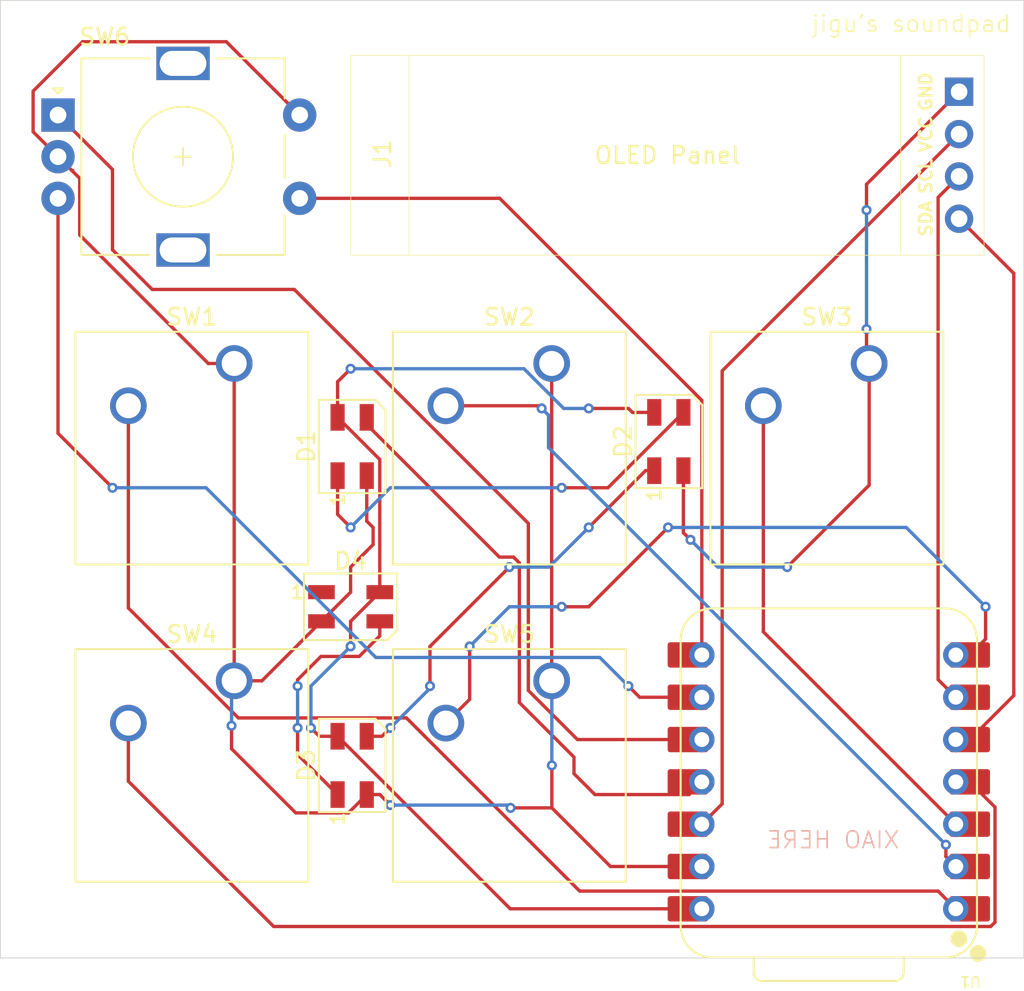
<source format=kicad_pcb>
(kicad_pcb (version 20241229) (generator "pcbnew") (generator_version "9.0")
  (layers (0 "F.Cu" signal) (2 "B.Cu" signal) (13 "F.Paste" user) (15 "B.Paste" user) (5 "F.SilkS" user "F.Silkscreen") (7 "B.SilkS" user "B.Silkscreen") (1 "F.Mask" user) (3 "B.Mask" user) (25 "Edge.Cuts" user))
  (net 0 "")
  (net 1 "GND")
  (net 2 "Net-(D1-DOUT)")
  (net 3 "+5V")
  (net 4 "LED Data")
  (net 5 "Net-(D2-DOUT)")
  (net 6 "OLED SDA")
  (net 7 "+3.3V")
  (net 8 "OLED SCL")
  (net 9 "Button 1")
  (net 10 "Button 2")
  (net 11 "Button 3")
  (net 12 "Button 4")
  (net 13 "Button 6")
  (net 14 "Encoder B")
  (net 15 "Encoder A")
  (net 16 "Button 5")
  (net 17 "Net-(D3-DOUT)")
  (footprint "Button_Switch_Keyboard:SW_Cherry_MX_1.00u_PCB" (layer "F.Cu") (at 176.37125 59.21375)
    (property "Reference" "SW2" (at -2.54 -2.794 0) (layer "F.SilkS"))
    (property "Value" "SW_Push")
    (fp_line (start -9.525 -1.905) (end 4.445 -1.905) (stroke (width 0.12)) (layer "F.SilkS"))
    (fp_line (start -9.525 12.065) (end -9.525 -1.905) (stroke (width 0.12)) (layer "F.SilkS"))
    (fp_line (start 4.445 -1.905) (end 4.445 12.065) (stroke (width 0.12)) (layer "F.SilkS"))
    (fp_line (start 4.445 12.065) (end -9.525 12.065) (stroke (width 0.12)) (layer "F.SilkS"))
    (pad "" np_thru_hole circle (at -7.62 5.08) (size 1.7 1.7) (drill 1.7) (layers "*.Cu" "*.Mask"))
    (pad "" np_thru_hole circle (at -2.54 5.08) (size 4 4) (drill 4) (layers "*.Cu" "*.Mask"))
    (pad "" np_thru_hole circle (at 2.54 5.08) (size 1.7 1.7) (drill 1.7) (layers "*.Cu" "*.Mask"))
    (pad "1" thru_hole circle (at 0 0) (size 2.2 2.2) (drill 1.5) (layers "*.Cu" "*.Mask") (net 1 "GND"))
    (pad "2" thru_hole circle (at -6.35 2.54) (size 2.2 2.2) (drill 1.5) (layers "*.Cu" "*.Mask") (net 10 "Button 2"))
  )
  (footprint "LED_SMD:LED_SK6812MINI_PLCC4_3.5x3.5mm_P1.75mm" (layer "F.Cu") (at 183.4 63.9 90)
    (property "Reference" "D2" (at 0 -2.75 90) (layer "F.SilkS"))
    (property "Value" "SK6812MINI")
    (fp_line (start -2.8 -2) (end 2.8 -2) (stroke (width 0.12)) (layer "F.SilkS"))
    (fp_line (start -2.8 -2) (end -2.8 2) (stroke (width 0.12)) (layer "F.SilkS"))
    (fp_line (start 2.8 1.4) (end 2.8 -2) (stroke (width 0.12)) (layer "F.SilkS"))
    (fp_line (start 2.8 1.4) (end 2.2 2) (stroke (width 0.12)) (layer "F.SilkS"))
    (fp_line (start -2.8 2) (end 2.2 2) (stroke (width 0.12)) (layer "F.SilkS"))
    (fp_text user "1" (at -3.2 -0.875 90) (layer "F.SilkS") (effects (font (size 0.8 0.8))))
    (pad "1" smd rect (at -1.75 -0.875 90) (size 1.6 0.85) (layers "F.Cu" "F.Mask" "F.Paste") (net 5 "Net-(D2-DOUT)"))
    (pad "2" smd rect (at -1.75 0.875 90) (size 1.6 0.85) (layers "F.Cu" "F.Mask" "F.Paste") (net 1 "GND"))
    (pad "3" smd rect (at 1.75 0.875 90) (size 1.6 0.85) (layers "F.Cu" "F.Mask" "F.Paste") (net 2 "Net-(D1-DOUT)"))
    (pad "4" smd rect (at 1.75 -0.875 90) (size 1.6 0.85) (layers "F.Cu" "F.Mask" "F.Paste") (net 3 "+5V"))
  )
  (footprint "LED_SMD:LED_SK6812MINI_PLCC4_3.5x3.5mm_P1.75mm" (layer "F.Cu") (at 164.4 83.34375 90)
    (property "Reference" "D3" (at 0 -2.75 90) (layer "F.SilkS"))
    (property "Value" "SK6812MINI")
    (fp_line (start -2.8 -2) (end 2.8 -2) (stroke (width 0.12)) (layer "F.SilkS"))
    (fp_line (start -2.8 -2) (end -2.8 2) (stroke (width 0.12)) (layer "F.SilkS"))
    (fp_line (start 2.8 1.4) (end 2.8 -2) (stroke (width 0.12)) (layer "F.SilkS"))
    (fp_line (start 2.8 1.4) (end 2.2 2) (stroke (width 0.12)) (layer "F.SilkS"))
    (fp_line (start -2.8 2) (end 2.2 2) (stroke (width 0.12)) (layer "F.SilkS"))
    (fp_text user "1" (at -3.2 -0.875 90) (layer "F.SilkS") (effects (font (size 0.8 0.8))))
    (pad "1" smd rect (at -1.75 -0.875 90) (size 1.6 0.85) (layers "F.Cu" "F.Mask" "F.Paste") (net 17 "Net-(D3-DOUT)"))
    (pad "2" smd rect (at -1.75 0.875 90) (size 1.6 0.85) (layers "F.Cu" "F.Mask" "F.Paste") (net 1 "GND"))
    (pad "3" smd rect (at 1.75 0.875 90) (size 1.6 0.85) (layers "F.Cu" "F.Mask" "F.Paste") (net 5 "Net-(D2-DOUT)"))
    (pad "4" smd rect (at 1.75 -0.875 90) (size 1.6 0.85) (layers "F.Cu" "F.Mask" "F.Paste") (net 3 "+5V"))
  )
  (footprint "Custom:SSD1306-0.91-OLED-4pin-128x32" (layer "F.Cu") (at 164.315 40.715)
    (property "Reference" "J1" (at 1.9 5.91 90) (layer "F.SilkS"))
    (property "Value" "Conn_01x04_Pin")
    (fp_line (start 0 0) (end 0 12) (stroke (width 0.04)) (layer "F.SilkS"))
    (fp_line (start 0 12) (end 38 12) (stroke (width 0.04)) (layer "F.SilkS"))
    (fp_line (start 3.5 0) (end 3.5 12) (stroke (width 0.04)) (layer "F.SilkS"))
    (fp_line (start 33 0) (end 33 12) (stroke (width 0.04)) (layer "F.SilkS"))
    (fp_line (start 38 0) (end 0 0) (stroke (width 0.04)) (layer "F.SilkS"))
    (fp_line (start 38 12) (end 38 0) (stroke (width 0.04)) (layer "F.SilkS"))
    (fp_text user "SCL" (at 34.5 7.27 270) (layer "F.SilkS") (effects (font (size 0.75 0.75))))
    (fp_text user "VCC" (at 34.5 4.73 270) (layer "F.SilkS") (effects (font (size 0.75 0.75))))
    (fp_text user "SDA" (at 34.5 9.81 270) (layer "F.SilkS") (effects (font (size 0.75 0.75))))
    (fp_text user "GND" (at 34.5 2.19 270) (layer "F.SilkS") (effects (font (size 0.75 0.75))))
    (fp_text user "OLED Panel" (at 19 6 0) (layer "F.SilkS"))
    (pad "1" thru_hole rect (at 36.5 2.19) (size 1.7 1.7) (drill 1) (layers "*.Cu" "*.Mask") (net 1 "GND"))
    (pad "2" thru_hole oval (at 36.5 4.73) (size 1.7 1.7) (drill 1) (layers "*.Cu" "*.Mask") (net 7 "+3.3V"))
    (pad "3" thru_hole oval (at 36.5 7.27) (size 1.7 1.7) (drill 1) (layers "*.Cu" "*.Mask") (net 8 "OLED SCL"))
    (pad "4" thru_hole oval (at 36.5 9.81) (size 1.7 1.7) (drill 1) (layers "*.Cu" "*.Mask") (net 6 "OLED SDA"))
  )
  (footprint "LED_SMD:LED_SK6812MINI_PLCC4_3.5x3.5mm_P1.75mm" (layer "F.Cu") (at 164.30625 73.81875)
    (property "Reference" "D4" (at 0 -2.75 0) (layer "F.SilkS"))
    (property "Value" "SK6812MINI")
    (fp_line (start -2.8 -2) (end -2.8 2) (stroke (width 0.12)) (layer "F.SilkS"))
    (fp_line (start -2.8 -2) (end 2.8 -2) (stroke (width 0.12)) (layer "F.SilkS"))
    (fp_line (start -2.8 2) (end 2.2 2) (stroke (width 0.12)) (layer "F.SilkS"))
    (fp_line (start 2.8 1.4) (end 2.2 2) (stroke (width 0.12)) (layer "F.SilkS"))
    (fp_line (start 2.8 1.4) (end 2.8 -2) (stroke (width 0.12)) (layer "F.SilkS"))
    (fp_text user "1" (at -3.2 -0.875 0) (layer "F.SilkS") (effects (font (size 0.8 0.8))))
    (pad "1" smd rect (at -1.75 -0.875) (size 1.6 0.85) (layers "F.Cu" "F.Mask" "F.Paste"))
    (pad "2" smd rect (at -1.75 0.875) (size 1.6 0.85) (layers "F.Cu" "F.Mask" "F.Paste") (net 1 "GND"))
    (pad "3" smd rect (at 1.75 0.875) (size 1.6 0.85) (layers "F.Cu" "F.Mask" "F.Paste") (net 17 "Net-(D3-DOUT)"))
    (pad "4" smd rect (at 1.75 -0.875) (size 1.6 0.85) (layers "F.Cu" "F.Mask" "F.Paste") (net 3 "+5V"))
  )
  (footprint "Button_Switch_Keyboard:SW_Cherry_MX_1.00u_PCB" (layer "F.Cu") (at 157.32125 59.21375)
    (property "Reference" "SW1" (at -2.54 -2.794 0) (layer "F.SilkS"))
    (property "Value" "SW_Push")
    (fp_line (start -9.525 -1.905) (end 4.445 -1.905) (stroke (width 0.12)) (layer "F.SilkS"))
    (fp_line (start -9.525 12.065) (end -9.525 -1.905) (stroke (width 0.12)) (layer "F.SilkS"))
    (fp_line (start 4.445 -1.905) (end 4.445 12.065) (stroke (width 0.12)) (layer "F.SilkS"))
    (fp_line (start 4.445 12.065) (end -9.525 12.065) (stroke (width 0.12)) (layer "F.SilkS"))
    (pad "" np_thru_hole circle (at -7.62 5.08) (size 1.7 1.7) (drill 1.7) (layers "*.Cu" "*.Mask"))
    (pad "" np_thru_hole circle (at -2.54 5.08) (size 4 4) (drill 4) (layers "*.Cu" "*.Mask"))
    (pad "" np_thru_hole circle (at 2.54 5.08) (size 1.7 1.7) (drill 1.7) (layers "*.Cu" "*.Mask"))
    (pad "1" thru_hole circle (at 0 0) (size 2.2 2.2) (drill 1.5) (layers "*.Cu" "*.Mask") (net 1 "GND"))
    (pad "2" thru_hole circle (at -6.35 2.54) (size 2.2 2.2) (drill 1.5) (layers "*.Cu" "*.Mask") (net 9 "Button 1"))
  )
  (footprint "Button_Switch_Keyboard:SW_Cherry_MX_1.00u_PCB" (layer "F.Cu") (at 195.42125 59.21375)
    (property "Reference" "SW3" (at -2.54 -2.794 0) (layer "F.SilkS"))
    (property "Value" "SW_Push")
    (fp_line (start -9.525 -1.905) (end 4.445 -1.905) (stroke (width 0.12)) (layer "F.SilkS"))
    (fp_line (start -9.525 12.065) (end -9.525 -1.905) (stroke (width 0.12)) (layer "F.SilkS"))
    (fp_line (start 4.445 -1.905) (end 4.445 12.065) (stroke (width 0.12)) (layer "F.SilkS"))
    (fp_line (start 4.445 12.065) (end -9.525 12.065) (stroke (width 0.12)) (layer "F.SilkS"))
    (pad "" np_thru_hole circle (at -7.62 5.08) (size 1.7 1.7) (drill 1.7) (layers "*.Cu" "*.Mask"))
    (pad "" np_thru_hole circle (at -2.54 5.08) (size 4 4) (drill 4) (layers "*.Cu" "*.Mask"))
    (pad "" np_thru_hole circle (at 2.54 5.08) (size 1.7 1.7) (drill 1.7) (layers "*.Cu" "*.Mask"))
    (pad "1" thru_hole circle (at 0 0) (size 2.2 2.2) (drill 1.5) (layers "*.Cu" "*.Mask") (net 1 "GND"))
    (pad "2" thru_hole circle (at -6.35 2.54) (size 2.2 2.2) (drill 1.5) (layers "*.Cu" "*.Mask") (net 11 "Button 3"))
  )
  (footprint "XIAO LIBRARY:XIAO-RP2040-DIP" (layer "F.Cu") (at 193 84.3315 180)
    (property "Reference" "U1" (at -8.5 -12 180) (layer "F.SilkS") (effects (font (size 0.635 0.635) (thickness 0.1016))))
    (property "Value" "XIAO-RP2040-DIP")
    (fp_line (start 8.89 8.509) (end 8.89 -8.636) (stroke (width 0.127)) (layer "F.SilkS"))
    (fp_line (start 6.985 -10.541) (end -6.985 -10.541) (stroke (width 0.1)) (layer "F.SilkS"))
    (fp_line (start 6.985 -10.541) (end -6.985 -10.541) (stroke (width 0.127)) (layer "F.SilkS"))
    (fp_line (start 4.504 -11.451) (end 4.504 -10.541) (stroke (width 0.127)) (layer "F.SilkS"))
    (fp_line (start -3.991272 -11.951) (end 4.004 -11.951) (stroke (width 0.127)) (layer "F.SilkS"))
    (fp_line (start -4.495 -10.541) (end -4.491272 -11.451272) (stroke (width 0.127)) (layer "F.SilkS"))
    (fp_line (start -6.985 10.414) (end 6.985 10.414) (stroke (width 0.127)) (layer "F.SilkS"))
    (fp_line (start -8.89 8.509) (end -8.89 -8.636) (stroke (width 0.127)) (layer "F.SilkS"))
    (fp_arc (start 8.89 8.509) (mid 8.332038 9.856038) (end 6.985 10.414) (stroke (width 0.127)) (layer "F.SilkS"))
    (fp_arc (start 6.985 -10.541) (mid 8.332038 -9.983038) (end 8.89 -8.636) (stroke (width 0.127)) (layer "F.SilkS"))
    (fp_arc (start 4.004 -11.951) (mid 4.357553 -11.804553) (end 4.504 -11.451) (stroke (width 0.127)) (layer "F.SilkS"))
    (fp_arc (start -4.491272 -11.451272) (mid -4.344728 -11.80464) (end -3.991272 -11.951) (stroke (width 0.127)) (layer "F.SilkS"))
    (fp_arc (start -6.985 10.414) (mid -8.332038 9.856038) (end -8.89 8.509) (stroke (width 0.127)) (layer "F.SilkS"))
    (fp_arc (start -8.89 -8.636) (mid -8.332038 -9.983038) (end -6.985 -10.541) (stroke (width 0.127)) (layer "F.SilkS"))
    (fp_circle (center -7.807 -9.42) (end -7.807 -9.674) (stroke (width 0.5)) (fill yes) (layer "F.SilkS"))
    (fp_circle (center -8.95 -10.3) (end -8.95 -10.554) (stroke (width 0.5)) (fill yes) (layer "F.SilkS"))
    (pad "1" smd roundrect (at -8.455 -7.62) (size 2.432 1.524) (layers "F.Cu" "F.Mask") (roundrect_rratio 0.1) (net 9 "Button 1"))
    (pad "1" thru_hole circle (at -7.62 -7.62) (size 1.524 1.524) (drill 0.889) (layers "*.Cu" "*.Mask") (net 9 "Button 1"))
    (pad "2" smd roundrect (at -8.455 -5.08) (size 2.432 1.524) (layers "F.Cu" "F.Mask") (roundrect_rratio 0.1) (net 10 "Button 2"))
    (pad "2" thru_hole circle (at -7.62 -5.08) (size 1.524 1.524) (drill 0.889) (layers "*.Cu" "*.Mask") (net 10 "Button 2"))
    (pad "3" smd roundrect (at -8.455 -2.54) (size 2.432 1.524) (layers "F.Cu" "F.Mask") (roundrect_rratio 0.1) (net 11 "Button 3"))
    (pad "3" thru_hole circle (at -7.62 -2.54) (size 1.524 1.524) (drill 0.889) (layers "*.Cu" "*.Mask") (net 11 "Button 3"))
    (pad "4" smd roundrect (at -8.455 0) (size 2.432 1.524) (layers "F.Cu" "F.Mask") (roundrect_rratio 0.1) (net 12 "Button 4"))
    (pad "4" thru_hole circle (at -7.62 0) (size 1.524 1.524) (drill 0.889) (layers "*.Cu" "*.Mask") (net 12 "Button 4"))
    (pad "5" smd roundrect (at -8.455 2.54) (size 2.432 1.524) (layers "F.Cu" "F.Mask") (roundrect_rratio 0.1) (net 6 "OLED SDA"))
    (pad "5" thru_hole circle (at -7.62 2.54) (size 1.524 1.524) (drill 0.889) (layers "*.Cu" "*.Mask") (net 6 "OLED SDA"))
    (pad "6" smd roundrect (at -8.455 5.08) (size 2.432 1.524) (layers "F.Cu" "F.Mask") (roundrect_rratio 0.1) (net 8 "OLED SCL"))
    (pad "6" thru_hole circle (at -7.62 5.08) (size 1.524 1.524) (drill 0.889) (layers "*.Cu" "*.Mask") (net 8 "OLED SCL"))
    (pad "7" smd roundrect (at -8.455 7.62) (size 2.432 1.524) (layers "F.Cu" "F.Mask") (roundrect_rratio 0.1) (net 16 "Button 5"))
    (pad "7" thru_hole circle (at -7.62 7.62) (size 1.524 1.524) (drill 0.889) (layers "*.Cu" "*.Mask") (net 16 "Button 5"))
    (pad "8" thru_hole circle (at 7.62 7.62 180) (size 1.524 1.524) (drill 0.889) (layers "*.Cu" "*.Mask") (net 13 "Button 6"))
    (pad "8" smd roundrect (at 8.455 7.62 180) (size 2.432 1.524) (layers "F.Cu" "F.Mask") (roundrect_rratio 0.1) (net 13 "Button 6"))
    (pad "9" thru_hole circle (at 7.62 5.08 180) (size 1.524 1.524) (drill 0.889) (layers "*.Cu" "*.Mask") (net 14 "Encoder B"))
    (pad "9" smd roundrect (at 8.455 5.08 180) (size 2.432 1.524) (layers "F.Cu" "F.Mask") (roundrect_rratio 0.1) (net 14 "Encoder B"))
    (pad "10" thru_hole circle (at 7.62 2.54 180) (size 1.524 1.524) (drill 0.889) (layers "*.Cu" "*.Mask") (net 15 "Encoder A"))
    (pad "10" smd roundrect (at 8.455 2.54 180) (size 2.432 1.524) (layers "F.Cu" "F.Mask") (roundrect_rratio 0.1) (net 15 "Encoder A"))
    (pad "11" thru_hole circle (at 7.62 0 180) (size 1.524 1.524) (drill 0.889) (layers "*.Cu" "*.Mask") (net 4 "LED Data"))
    (pad "11" smd roundrect (at 8.455 0 180) (size 2.432 1.524) (layers "F.Cu" "F.Mask") (roundrect_rratio 0.1) (net 4 "LED Data"))
    (pad "12" thru_hole circle (at 7.62 -2.54 180) (size 1.524 1.524) (drill 0.889) (layers "*.Cu" "*.Mask") (net 7 "+3.3V"))
    (pad "12" smd roundrect (at 8.455 -2.54 180) (size 2.432 1.524) (layers "F.Cu" "F.Mask") (roundrect_rratio 0.1) (net 7 "+3.3V"))
    (pad "13" thru_hole circle (at 7.62 -5.08 180) (size 1.524 1.524) (drill 0.889) (layers "*.Cu" "*.Mask") (net 1 "GND"))
    (pad "13" smd roundrect (at 8.455 -5.08 180) (size 2.432 1.524) (layers "F.Cu" "F.Mask") (roundrect_rratio 0.1) (net 1 "GND"))
    (pad "14" thru_hole circle (at 7.62 -7.62 180) (size 1.524 1.524) (drill 0.889) (layers "*.Cu" "*.Mask") (net 3 "+5V"))
    (pad "14" smd roundrect (at 8.455 -7.62 180) (size 2.432 1.524) (layers "F.Cu" "F.Mask") (roundrect_rratio 0.1) (net 3 "+5V"))
  )
  (footprint "Button_Switch_Keyboard:SW_Cherry_MX_1.00u_PCB" (layer "F.Cu") (at 157.32125 78.26375)
    (property "Reference" "SW4" (at -2.54 -2.794 0) (layer "F.SilkS"))
    (property "Value" "SW_Push")
    (fp_line (start -9.525 -1.905) (end 4.445 -1.905) (stroke (width 0.12)) (layer "F.SilkS"))
    (fp_line (start -9.525 12.065) (end -9.525 -1.905) (stroke (width 0.12)) (layer "F.SilkS"))
    (fp_line (start 4.445 -1.905) (end 4.445 12.065) (stroke (width 0.12)) (layer "F.SilkS"))
    (fp_line (start 4.445 12.065) (end -9.525 12.065) (stroke (width 0.12)) (layer "F.SilkS"))
    (pad "" np_thru_hole circle (at -7.62 5.08) (size 1.7 1.7) (drill 1.7) (layers "*.Cu" "*.Mask"))
    (pad "" np_thru_hole circle (at -2.54 5.08) (size 4 4) (drill 4) (layers "*.Cu" "*.Mask"))
    (pad "" np_thru_hole circle (at 2.54 5.08) (size 1.7 1.7) (drill 1.7) (layers "*.Cu" "*.Mask"))
    (pad "1" thru_hole circle (at 0 0) (size 2.2 2.2) (drill 1.5) (layers "*.Cu" "*.Mask") (net 1 "GND"))
    (pad "2" thru_hole circle (at -6.35 2.54) (size 2.2 2.2) (drill 1.5) (layers "*.Cu" "*.Mask") (net 12 "Button 4"))
  )
  (footprint "Rotary_Encoder:RotaryEncoder_Alps_EC11E-Switch_Vertical_H20mm" (layer "F.Cu") (at 146.75 44.3)
    (property "Reference" "SW6" (at 2.8 -4.7 0) (layer "F.SilkS"))
    (property "Value" "RotaryEncoder_Switch")
    (fp_line (start -0.3 -1.6) (end 0.3 -1.6) (stroke (width 0.12)) (layer "F.SilkS"))
    (fp_line (start 0 -1.3) (end -0.3 -1.6) (stroke (width 0.12)) (layer "F.SilkS"))
    (fp_line (start 0.3 -1.6) (end 0 -1.3) (stroke (width 0.12)) (layer "F.SilkS"))
    (fp_line (start 1.4 -3.4) (end 1.4 8.4) (stroke (width 0.12)) (layer "F.SilkS"))
    (fp_line (start 5.5 -3.4) (end 1.4 -3.4) (stroke (width 0.12)) (layer "F.SilkS"))
    (fp_line (start 5.5 8.4) (end 1.4 8.4) (stroke (width 0.12)) (layer "F.SilkS"))
    (fp_line (start 7 2.5) (end 8 2.5) (stroke (width 0.12)) (layer "F.SilkS"))
    (fp_line (start 7.5 2) (end 7.5 3) (stroke (width 0.12)) (layer "F.SilkS"))
    (fp_line (start 9.5 -3.4) (end 13.6 -3.4) (stroke (width 0.12)) (layer "F.SilkS"))
    (fp_line (start 13.6 -3.4) (end 13.6 -1) (stroke (width 0.12)) (layer "F.SilkS"))
    (fp_line (start 13.6 1.2) (end 13.6 3.8) (stroke (width 0.12)) (layer "F.SilkS"))
    (fp_line (start 13.6 6) (end 13.6 8.4) (stroke (width 0.12)) (layer "F.SilkS"))
    (fp_line (start 13.6 8.4) (end 9.5 8.4) (stroke (width 0.12)) (layer "F.SilkS"))
    (fp_circle (center 7.5 2.5) (end 10.5 2.5) (stroke (width 0.12)) (fill no) (layer "F.SilkS"))
    (pad "A" thru_hole rect (at 0 0) (size 2 2) (drill 1) (layers "*.Cu" "*.Mask") (net 15 "Encoder A"))
    (pad "B" thru_hole circle (at 0 5) (size 2 2) (drill 1) (layers "*.Cu" "*.Mask") (net 14 "Encoder B"))
    (pad "C" thru_hole circle (at 0 2.5) (size 2 2) (drill 1) (layers "*.Cu" "*.Mask") (net 1 "GND"))
    (pad "MP" thru_hole rect (at 7.5 -3.1) (size 3.2 2) (drill oval 2.8 1.5) (layers "*.Cu" "*.Mask"))
    (pad "MP" thru_hole rect (at 7.5 8.1) (size 3.2 2) (drill oval 2.8 1.5) (layers "*.Cu" "*.Mask"))
    (pad "S1" thru_hole circle (at 14.5 5) (size 2 2) (drill 1) (layers "*.Cu" "*.Mask") (net 13 "Button 6"))
    (pad "S2" thru_hole circle (at 14.5 0) (size 2 2) (drill 1) (layers "*.Cu" "*.Mask") (net 1 "GND"))
  )
  (footprint "Button_Switch_Keyboard:SW_Cherry_MX_1.00u_PCB" (layer "F.Cu") (at 176.37125 78.26375)
    (property "Reference" "SW5" (at -2.54 -2.794 0) (layer "F.SilkS"))
    (property "Value" "SW_Push")
    (fp_line (start -9.525 -1.905) (end 4.445 -1.905) (stroke (width 0.12)) (layer "F.SilkS"))
    (fp_line (start -9.525 12.065) (end -9.525 -1.905) (stroke (width 0.12)) (layer "F.SilkS"))
    (fp_line (start 4.445 -1.905) (end 4.445 12.065) (stroke (width 0.12)) (layer "F.SilkS"))
    (fp_line (start 4.445 12.065) (end -9.525 12.065) (stroke (width 0.12)) (layer "F.SilkS"))
    (pad "" np_thru_hole circle (at -7.62 5.08) (size 1.7 1.7) (drill 1.7) (layers "*.Cu" "*.Mask"))
    (pad "" np_thru_hole circle (at -2.54 5.08) (size 4 4) (drill 4) (layers "*.Cu" "*.Mask"))
    (pad "" np_thru_hole circle (at 2.54 5.08) (size 1.7 1.7) (drill 1.7) (layers "*.Cu" "*.Mask"))
    (pad "1" thru_hole circle (at 0 0) (size 2.2 2.2) (drill 1.5) (layers "*.Cu" "*.Mask") (net 1 "GND"))
    (pad "2" thru_hole circle (at -6.35 2.54) (size 2.2 2.2) (drill 1.5) (layers "*.Cu" "*.Mask") (net 16 "Button 5"))
  )
  (footprint "LED_SMD:LED_SK6812MINI_PLCC4_3.5x3.5mm_P1.75mm" (layer "F.Cu") (at 164.4 64.2 90)
    (property "Reference" "D1" (at 0 -2.75 90) (layer "F.SilkS"))
    (property "Value" "SK6812MINI")
    (fp_line (start -2.8 -2) (end 2.8 -2) (stroke (width 0.12)) (layer "F.SilkS"))
    (fp_line (start -2.8 -2) (end -2.8 2) (stroke (width 0.12)) (layer "F.SilkS"))
    (fp_line (start 2.8 1.4) (end 2.8 -2) (stroke (width 0.12)) (layer "F.SilkS"))
    (fp_line (start 2.8 1.4) (end 2.2 2) (stroke (width 0.12)) (layer "F.SilkS"))
    (fp_line (start -2.8 2) (end 2.2 2) (stroke (width 0.12)) (layer "F.SilkS"))
    (fp_text user "1" (at -3.2 -0.875 90) (layer "F.SilkS") (effects (font (size 0.8 0.8))))
    (pad "1" smd rect (at -1.75 -0.875 90) (size 1.6 0.85) (layers "F.Cu" "F.Mask" "F.Paste") (net 2 "Net-(D1-DOUT)"))
    (pad "2" smd rect (at -1.75 0.875 90) (size 1.6 0.85) (layers "F.Cu" "F.Mask" "F.Paste") (net 1 "GND"))
    (pad "3" smd rect (at 1.75 0.875 90) (size 1.6 0.85) (layers "F.Cu" "F.Mask" "F.Paste") (net 4 "LED Data"))
    (pad "4" smd rect (at 1.75 -0.875 90) (size 1.6 0.85) (layers "F.Cu" "F.Mask" "F.Paste") (net 3 "+5V"))
  )
  (gr_rect (start 143.29375 37.41875) (end 204.7 94.9) (stroke (width 0.05)) (fill no) (layer "Edge.Cuts"))
  (gr_text "jigu's soundpad" (at 191.9 39.4 0) (layer "F.SilkS") (effects (font (size 1 1) (thickness 0.1)) (justify left bottom)))
  (gr_text "XIAO HERE" (at 197.3 88.4 0) (layer "B.SilkS") (effects (font (size 1 1) (thickness 0.1)) (justify left bottom mirror)))
  (segment (start 146.75 46.8) (end 145.25625 45.30625) (width 0.2) (layer "F.Cu") (net 1))
  (segment (start 176.38125 85.89375) (end 179.899 89.4115) (width 0.2) (layer "F.Cu") (net 1))
  (segment (start 157.32125 78.26375) (end 158.98625 78.26375) (width 0.2) (layer "F.Cu") (net 1))
  (segment (start 157.32125 59.21375) (end 157.32125 78.26375) (width 0.2) (layer "F.Cu") (net 1))
  (segment (start 165.65525 69.05625) (end 165.275 68.676) (width 0.2) (layer "F.Cu") (net 1))
  (segment (start 155.765616 59.21375) (end 148.051 51.499134) (width 0.2) (layer "F.Cu") (net 1))
  (segment (start 176.38125 83.34375) (end 176.38125 85.89375) (width 0.2) (layer "F.Cu") (net 1))
  (segment (start 165.275 85.09375) (end 164.174 86.19475) (width 0.2) (layer "F.Cu") (net 1))
  (segment (start 147.575 47.625) (end 147.6375 47.625) (width 0.2) (layer "F.Cu") (net 1))
  (segment (start 173.903926 85.892715) (end 176.380215 85.892715) (width 0.2) (layer "F.Cu") (net 1))
  (segment (start 162.55625 74.69375) (end 164.30625 72.94375) (width 0.2) (layer "F.Cu") (net 1))
  (segment (start 156.849 39.899) (end 161.25 44.3) (width 0.2) (layer "F.Cu") (net 1))
  (segment (start 148.21975 39.899) (end 156.849 39.899) (width 0.2) (layer "F.Cu") (net 1))
  (segment (start 200.815 42.905) (end 195.2625 48.4575) (width 0.2) (layer "F.Cu") (net 1))
  (segment (start 165.275 68.676) (end 165.275 65.95) (width 0.2) (layer "F.Cu") (net 1))
  (segment (start 176.380215 85.892715) (end 176.38125 85.89375) (width 0.2) (layer "F.Cu") (net 1))
  (segment (start 165.275 85.09375) (end 166.05625 85.09375) (width 0.2) (layer "F.Cu") (net 1))
  (segment (start 195.42125 66.51625) (end 190.5 71.4375) (width 0.2) (layer "F.Cu") (net 1))
  (segment (start 164.174 86.19475) (end 161.01378 86.19475) (width 0.2) (layer "F.Cu") (net 1))
  (segment (start 195.2625 57.15) (end 195.2625 59.055) (width 0.2) (layer "F.Cu") (net 1))
  (segment (start 161.01378 86.19475) (end 157.1625 82.34347) (width 0.2) (layer "F.Cu") (net 1))
  (segment (start 176.37125 59.21375) (end 176.37125 78.26375) (width 0.2) (layer "F.Cu") (net 1))
  (segment (start 157.32125 59.21375) (end 155.765616 59.21375) (width 0.2) (layer "F.Cu") (net 1))
  (segment (start 166.05625 85.09375) (end 166.6875 85.725) (width 0.2) (layer "F.Cu") (net 1))
  (segment (start 148.051 48.101) (end 146.75 46.8) (width 0.2) (layer "F.Cu") (net 1))
  (segment (start 157.1625 82.34347) (end 157.1625 80.9625) (width 0.2) (layer "F.Cu") (net 1))
  (segment (start 165.65525 70.0885) (end 165.65525 69.05625) (width 0.2) (layer "F.Cu") (net 1))
  (segment (start 148.051 51.499134) (end 148.051 48.101) (width 0.2) (layer "F.Cu") (net 1))
  (segment (start 195.42125 59.21375) (end 195.42125 66.51625) (width 0.2) (layer "F.Cu") (net 1))
  (segment (start 179.899 89.4115) (end 184.545 89.4115) (width 0.2) (layer "F.Cu") (net 1))
  (segment (start 184.7 69.8) (end 184.275 69.375) (width 0.2) (layer "F.Cu") (net 1))
  (segment (start 145.25625 45.30625) (end 145.25625 42.8625) (width 0.2) (layer "F.Cu") (net 1))
  (segment (start 184.275 69.375) (end 184.275 65.65) (width 0.2) (layer "F.Cu") (net 1))
  (segment (start 145.25625 42.8625) (end 148.21975 39.899) (width 0.2) (layer "F.Cu") (net 1))
  (segment (start 195.2625 59.055) (end 195.42125 59.21375) (width 0.2) (layer "F.Cu") (net 1))
  (segment (start 164.30625 71.4375) (end 165.65525 70.0885) (width 0.2) (layer "F.Cu") (net 1))
  (segment (start 164.30625 72.94375) (end 164.30625 71.4375) (width 0.2) (layer "F.Cu") (net 1))
  (segment (start 158.98625 78.26375) (end 162.55625 74.69375) (width 0.2) (layer "F.Cu") (net 1))
  (segment (start 195.2625 48.4575) (end 195.2625 50.00625) (width 0.2) (layer "F.Cu") (net 1))
  (via (at 195.2625 57.15) (size 0.6) (drill 0.3) (layers "F.Cu" "B.Cu") (net 1))
  (via (at 184.7 69.8) (size 0.6) (drill 0.3) (layers "F.Cu" "B.Cu") (net 1))
  (via (at 176.38125 83.34375) (size 0.6) (drill 0.3) (layers "F.Cu" "B.Cu") (net 1))
  (via (at 195.2625 50.00625) (size 0.6) (drill 0.3) (layers "F.Cu" "B.Cu") (net 1))
  (via (at 157.1625 80.9625) (size 0.6) (drill 0.3) (layers "F.Cu" "B.Cu") (net 1))
  (via (at 166.6875 85.725) (size 0.6) (drill 0.3) (layers "F.Cu" "B.Cu") (net 1))
  (via (at 190.5 71.4375) (size 0.6) (drill 0.3) (layers "F.Cu" "B.Cu") (net 1))
  (via (at 173.903926 85.892715) (size 0.6) (drill 0.3) (layers "F.Cu" "B.Cu") (net 1))
  (segment (start 186.3375 71.4375) (end 184.7 69.8) (width 0.2) (layer "B.Cu") (net 1))
  (segment (start 166.6875 85.725) (end 173.736211 85.725) (width 0.2) (layer "B.Cu") (net 1))
  (segment (start 176.38125 83.34375) (end 176.38125 78.27375) (width 0.2) (layer "B.Cu") (net 1))
  (segment (start 157.1625 80.9625) (end 157.1625 78.4225) (width 0.2) (layer "B.Cu") (net 1))
  (segment (start 173.736211 85.725) (end 173.903926 85.892715) (width 0.2) (layer "B.Cu") (net 1))
  (segment (start 157.1625 78.4225) (end 157.32125 78.26375) (width 0.2) (layer "B.Cu") (net 1))
  (segment (start 195.2625 50.00625) (end 195.2625 57.15) (width 0.2) (layer "B.Cu") (net 1))
  (segment (start 176.38125 78.27375) (end 176.37125 78.26375) (width 0.2) (layer "B.Cu") (net 1))
  (segment (start 190.5 71.4375) (end 186.3375 71.4375) (width 0.2) (layer "B.Cu") (net 1))
  (segment (start 163.525 68.275) (end 163.525 65.95) (width 0.2) (layer "F.Cu") (net 2))
  (segment (start 184.275 62.15) (end 179.75 66.675) (width 0.2) (layer "F.Cu") (net 2))
  (segment (start 179.75 66.675) (end 176.97125 66.675) (width 0.2) (layer "F.Cu") (net 2))
  (segment (start 164.30625 69.05625) (end 163.525 68.275) (width 0.2) (layer "F.Cu") (net 2))
  (via (at 176.97125 66.675) (size 0.6) (drill 0.3) (layers "F.Cu" "B.Cu") (net 2))
  (via (at 164.30625 69.05625) (size 0.6) (drill 0.3) (layers "F.Cu" "B.Cu") (net 2))
  (segment (start 166.6875 66.675) (end 164.30625 69.05625) (width 0.2) (layer "B.Cu") (net 2))
  (segment (start 176.97125 66.675) (end 166.6875 66.675) (width 0.2) (layer "B.Cu") (net 2))
  (segment (start 163.525 62.45) (end 163.525 60.3125) (width 0.2) (layer "F.Cu") (net 3))
  (segment (start 163.525 60.3125) (end 164.30625 59.53125) (width 0.2) (layer "F.Cu") (net 3))
  (segment (start 164.30625 76.2) (end 164.30625 74.69375) (width 0.2) (layer "F.Cu") (net 3))
  (segment (start 173.88275 91.9515) (end 184.545 91.9515) (width 0.2) (layer "F.Cu") (net 3))
  (segment (start 180.975 61.9125) (end 181.2125 62.15) (width 0.2) (layer "F.Cu") (net 3))
  (segment (start 181.2125 62.15) (end 182.525 62.15) (width 0.2) (layer "F.Cu") (net 3))
  (segment (start 162.426 81.59375) (end 161.925 81.09275) (width 0.2) (layer "F.Cu") (net 3))
  (segment (start 166.05625 64.98125) (end 163.525 62.45) (width 0.2) (layer "F.Cu") (net 3))
  (segment (start 164.30625 74.69375) (end 166.05625 72.94375) (width 0.2) (layer "F.Cu") (net 3))
  (segment (start 178.59375 61.9125) (end 180.975 61.9125) (width 0.2) (layer "F.Cu") (net 3))
  (segment (start 163.525 81.59375) (end 173.88275 91.9515) (width 0.2) (layer "F.Cu") (net 3))
  (segment (start 163.525 81.59375) (end 162.426 81.59375) (width 0.2) (layer "F.Cu") (net 3))
  (segment (start 166.05625 72.94375) (end 166.05625 64.98125) (width 0.2) (layer "F.Cu") (net 3))
  (via (at 164.30625 76.2) (size 0.6) (drill 0.3) (layers "F.Cu" "B.Cu") (net 3))
  (via (at 178.59375 61.9125) (size 0.6) (drill 0.3) (layers "F.Cu" "B.Cu") (net 3))
  (via (at 161.925 81.09275) (size 0.6) (drill 0.3) (layers "F.Cu" "B.Cu") (net 3))
  (via (at 164.30625 59.53125) (size 0.6) (drill 0.3) (layers "F.Cu" "B.Cu") (net 3))
  (segment (start 174.707436 59.53125) (end 164.30625 59.53125) (width 0.2) (layer "B.Cu") (net 3))
  (segment (start 161.925 78.58125) (end 164.30625 76.2) (width 0.2) (layer "B.Cu") (net 3))
  (segment (start 178.59375 61.9125) (end 177.088686 61.9125) (width 0.2) (layer "B.Cu") (net 3))
  (segment (start 177.088686 61.9125) (end 174.707436 59.53125) (width 0.2) (layer "B.Cu") (net 3))
  (segment (start 161.925 81.09275) (end 161.925 78.58125) (width 0.2) (layer "B.Cu") (net 3))
  (segment (start 177.71025 82.84628) (end 174.43225 79.56828) (width 0.2) (layer "F.Cu") (net 4))
  (segment (start 173.23025 70.8365) (end 165.275 62.88125) (width 0.2) (layer "F.Cu") (net 4))
  (segment (start 185.38 84.3315) (end 184.618001 85.093499) (width 0.2) (layer "F.Cu") (net 4))
  (segment (start 184.618001 85.093499) (end 178.962529 85.093499) (width 0.2) (layer "F.Cu") (net 4))
  (segment (start 174.080193 70.8365) (end 173.23025 70.8365) (width 0.2) (layer "F.Cu") (net 4))
  (segment (start 174.43225 71.188557) (end 174.080193 70.8365) (width 0.2) (layer "F.Cu") (net 4))
  (segment (start 177.71025 83.84122) (end 177.71025 82.84628) (width 0.2) (layer "F.Cu") (net 4))
  (segment (start 178.962529 85.093499) (end 177.71025 83.84122) (width 0.2) (layer "F.Cu") (net 4))
  (segment (start 174.43225 79.56828) (end 174.43225 71.188557) (width 0.2) (layer "F.Cu") (net 4))
  (segment (start 165.275 62.88125) (end 165.275 62.45) (width 0.2) (layer "F.Cu") (net 4))
  (segment (start 182 65.65) (end 182.525 65.65) (width 0.2) (layer "F.Cu") (net 5))
  (segment (start 165.275 81.59375) (end 166.1865 81.59375) (width 0.2) (layer "F.Cu") (net 5))
  (segment (start 166.1865 81.59375) (end 166.6875 81.09275) (width 0.2) (layer "F.Cu") (net 5))
  (segment (start 169.06875 76.2) (end 173.83125 71.4375) (width 0.2) (layer "F.Cu") (net 5))
  (segment (start 178.59375 69.05625) (end 182 65.65) (width 0.2) (layer "F.Cu") (net 5))
  (segment (start 169.06875 78.58125) (end 169.06875 76.2) (width 0.2) (layer "F.Cu") (net 5))
  (via (at 173.83125 71.4375) (size 0.6) (drill 0.3) (layers "F.Cu" "B.Cu") (net 5))
  (via (at 166.6875 81.09275) (size 0.6) (drill 0.3) (layers "F.Cu" "B.Cu") (net 5))
  (via (at 169.06875 78.58125) (size 0.6) (drill 0.3) (layers "F.Cu" "B.Cu") (net 5))
  (via (at 178.59375 69.05625) (size 0.6) (drill 0.3) (layers "F.Cu" "B.Cu") (net 5))
  (segment (start 176.2125 71.4375) (end 178.59375 69.05625) (width 0.2) (layer "B.Cu") (net 5))
  (segment (start 166.6875 81.09275) (end 169.06875 78.7115) (width 0.2) (layer "B.Cu") (net 5))
  (segment (start 169.06875 78.7115) (end 169.06875 78.58125) (width 0.2) (layer "B.Cu") (net 5))
  (segment (start 173.83125 71.4375) (end 176.2125 71.4375) (width 0.2) (layer "B.Cu") (net 5))
  (segment (start 200.815 50.525) (end 204.099 53.809) (width 0.2) (layer "F.Cu") (net 6))
  (segment (start 204.099 53.809) (end 204.099 79.1475) (width 0.2) (layer "F.Cu") (net 6))
  (segment (start 204.099 79.1475) (end 201.455 81.7915) (width 0.2) (layer "F.Cu") (net 6))
  (segment (start 200.815 45.445) (end 186.60025 59.65975) (width 0.2) (layer "F.Cu") (net 7))
  (segment (start 186.60025 85.65125) (end 185.38 86.8715) (width 0.2) (layer "F.Cu") (net 7))
  (segment (start 186.60025 59.65975) (end 186.60025 85.65125) (width 0.2) (layer "F.Cu") (net 7))
  (segment (start 199.557 78.1885) (end 200.62 79.2515) (width 0.2) (layer "F.Cu") (net 8))
  (segment (start 199.557 49.243) (end 199.557 78.1885) (width 0.2) (layer "F.Cu") (net 8))
  (segment (start 200.815 47.985) (end 199.557 49.243) (width 0.2) (layer "F.Cu") (net 8))
  (segment (start 150.97125 73.895064) (end 157.568936 80.49275) (width 0.2) (layer "F.Cu") (net 9))
  (segment (start 150.97125 61.75375) (end 150.97125 73.895064) (width 0.2) (layer "F.Cu") (net 9))
  (segment (start 157.568936 80.49275) (end 167.655434 80.49275) (width 0.2) (layer "F.Cu") (net 9))
  (segment (start 167.655434 80.49275) (end 178.051184 90.8885) (width 0.2) (layer "F.Cu") (net 9))
  (segment (start 199.557 90.8885) (end 200.62 91.9515) (width 0.2) (layer "F.Cu") (net 9))
  (segment (start 178.051184 90.8885) (end 199.557 90.8885) (width 0.2) (layer "F.Cu") (net 9))
  (segment (start 200.025 88.10625) (end 200.025 88.8165) (width 0.2) (layer "F.Cu") (net 10))
  (segment (start 175.6125 61.75375) (end 175.77125 61.9125) (width 0.2) (layer "F.Cu") (net 10))
  (segment (start 170.02125 61.75375) (end 175.6125 61.75375) (width 0.2) (layer "F.Cu") (net 10))
  (segment (start 200.025 88.8165) (end 200.62 89.4115) (width 0.2) (layer "F.Cu") (net 10))
  (via (at 175.77125 61.9125) (size 0.6) (drill 0.3) (layers "F.Cu" "B.Cu") (net 10))
  (via (at 200.025 88.10625) (size 0.6) (drill 0.3) (layers "F.Cu" "B.Cu") (net 10))
  (segment (start 175.77125 61.9125) (end 176.18225 62.3235) (width 0.2) (layer "B.Cu") (net 10))
  (segment (start 176.18225 64.2635) (end 200.025 88.10625) (width 0.2) (layer "B.Cu") (net 10))
  (segment (start 176.18225 62.3235) (end 176.18225 64.2635) (width 0.2) (layer "B.Cu") (net 10))
  (segment (start 189.07125 61.75375) (end 189.07125 75.32275) (width 0.2) (layer "F.Cu") (net 11))
  (segment (start 189.07125 75.32275) (end 200.62 86.8715) (width 0.2) (layer "F.Cu") (net 11))
  (segment (start 202.972 85.8485) (end 201.455 84.3315) (width 0.2) (layer "F.Cu") (net 12))
  (segment (start 150.97125 84.29625) (end 159.6895 93.0145) (width 0.2) (layer "F.Cu") (net 12))
  (segment (start 202.710626 93.0145) (end 202.972 92.753126) (width 0.2) (layer "F.Cu") (net 12))
  (segment (start 159.6895 93.0145) (end 202.710626 93.0145) (width 0.2) (layer "F.Cu") (net 12))
  (segment (start 202.972 92.753126) (end 202.972 85.8485) (width 0.2) (layer "F.Cu") (net 12))
  (segment (start 150.97125 80.80375) (end 150.97125 84.29625) (width 0.2) (layer "F.Cu") (net 12))
  (segment (start 173.252 49.3) (end 185.38 61.428) (width 0.2) (layer "F.Cu") (net 13))
  (segment (start 185.38 61.428) (end 185.38 76.7115) (width 0.2) (layer "F.Cu") (net 13))
  (segment (start 161.25 49.3) (end 173.252 49.3) (width 0.2) (layer "F.Cu") (net 13))
  (segment (start 181.64525 79.2515) (end 184.545 79.2515) (width 0.2) (layer "F.Cu") (net 14))
  (segment (start 180.975 78.58125) (end 181.64525 79.2515) (width 0.2) (layer "F.Cu") (net 14))
  (segment (start 146.75 63.40625) (end 150.01875 66.675) (width 0.2) (layer "F.Cu") (net 14))
  (segment (start 146.75 49.3) (end 146.75 63.40625) (width 0.2) (layer "F.Cu") (net 14))
  (via (at 150.01875 66.675) (size 0.6) (drill 0.3) (layers "F.Cu" "B.Cu") (net 14))
  (via (at 180.975 78.58125) (size 0.6) (drill 0.3) (layers "F.Cu" "B.Cu") (net 14))
  (segment (start 165.818943 76.86275) (end 179.2565 76.86275) (width 0.2) (layer "B.Cu") (net 14))
  (segment (start 179.2565 76.86275) (end 180.975 78.58125) (width 0.2) (layer "B.Cu") (net 14))
  (segment (start 155.631193 66.675) (end 165.818943 76.86275) (width 0.2) (layer "B.Cu") (net 14))
  (segment (start 150.01875 66.675) (end 155.631193 66.675) (width 0.2) (layer "B.Cu") (net 14))
  (segment (start 152.4 54.76875) (end 160.92472 54.76875) (width 0.2) (layer "F.Cu") (net 15))
  (segment (start 177.917686 81.7915) (end 184.545 81.7915) (width 0.2) (layer "F.Cu") (net 15))
  (segment (start 150.01875 52.3875) (end 152.4 54.76875) (width 0.2) (layer "F.Cu") (net 15))
  (segment (start 150.01875 47.56875) (end 150.01875 52.3875) (width 0.2) (layer "F.Cu") (net 15))
  (segment (start 174.97025 78.844064) (end 177.917686 81.7915) (width 0.2) (layer "F.Cu") (net 15))
  (segment (start 160.92472 54.76875) (end 174.97025 68.81428) (width 0.2) (layer "F.Cu") (net 15))
  (segment (start 174.97025 68.81428) (end 174.97025 78.844064) (width 0.2) (layer "F.Cu") (net 15))
  (segment (start 146.75 44.3) (end 150.01875 47.56875) (width 0.2) (layer "F.Cu") (net 15))
  (segment (start 171.45 76.2) (end 171.45 79.375) (width 0.2) (layer "F.Cu") (net 16))
  (segment (start 171.45 79.375) (end 170.02125 80.80375) (width 0.2) (layer "F.Cu") (net 16))
  (segment (start 201.455 76.7115) (end 202.40625 75.76025) (width 0.2) (layer "F.Cu") (net 16))
  (segment (start 183.35625 69.05625) (end 178.59375 73.81875) (width 0.2) (layer "F.Cu") (net 16))
  (segment (start 202.40625 75.76025) (end 202.40625 73.81875) (width 0.2) (layer "F.Cu") (net 16))
  (segment (start 178.59375 73.81875) (end 176.97125 73.81875) (width 0.2) (layer "F.Cu") (net 16))
  (via (at 202.40625 73.81875) (size 0.6) (drill 0.3) (layers "F.Cu" "B.Cu") (net 16))
  (via (at 183.35625 69.05625) (size 0.6) (drill 0.3) (layers "F.Cu" "B.Cu") (net 16))
  (via (at 176.97125 73.81875) (size 0.6) (drill 0.3) (layers "F.Cu" "B.Cu") (net 16))
  (via (at 171.45 76.2) (size 0.6) (drill 0.3) (layers "F.Cu" "B.Cu") (net 16))
  (segment (start 200.025 71.4375) (end 197.64375 69.05625) (width 0.2) (layer "B.Cu") (net 16))
  (segment (start 176.97125 73.81875) (end 173.83125 73.81875) (width 0.2) (layer "B.Cu") (net 16))
  (segment (start 197.64375 69.05625) (end 183.35625 69.05625) (width 0.2) (layer "B.Cu") (net 16))
  (segment (start 173.83125 73.81875) (end 171.45 76.2) (width 0.2) (layer "B.Cu") (net 16))
  (segment (start 202.40625 73.81875) (end 200.025 71.4375) (width 0.2) (layer "B.Cu") (net 16))
  (segment (start 162.526 76.801) (end 164.824 76.801) (width 0.2) (layer "F.Cu") (net 17))
  (segment (start 166.05625 75.56875) (end 166.05625 74.69375) (width 0.2) (layer "F.Cu") (net 17))
  (segment (start 161.124997 78.202003) (end 162.526 76.801) (width 0.2) (layer "F.Cu") (net 17))
  (segment (start 164.824 76.801) (end 166.05625 75.56875) (width 0.2) (layer "F.Cu") (net 17))
  (segment (start 163.525 85.09375) (end 161.124997 82.693747) (width 0.2) (layer "F.Cu") (net 17))
  (segment (start 161.124997 82.693747) (end 161.124997 81.09275) (width 0.2) (layer "F.Cu") (net 17))
  (segment (start 161.124997 78.58125) (end 161.124997 78.202003) (width 0.2) (layer "F.Cu") (net 17))
  (via (at 161.124997 78.58125) (size 0.6) (drill 0.3) (layers "F.Cu" "B.Cu") (net 17))
  (via (at 161.124997 81.09275) (size 0.6) (drill 0.3) (layers "F.Cu" "B.Cu") (net 17))
  (segment (start 161.124997 78.58125) (end 161.124997 81.09275) (width 0.2) (layer "B.Cu") (net 17))
)
</source>
